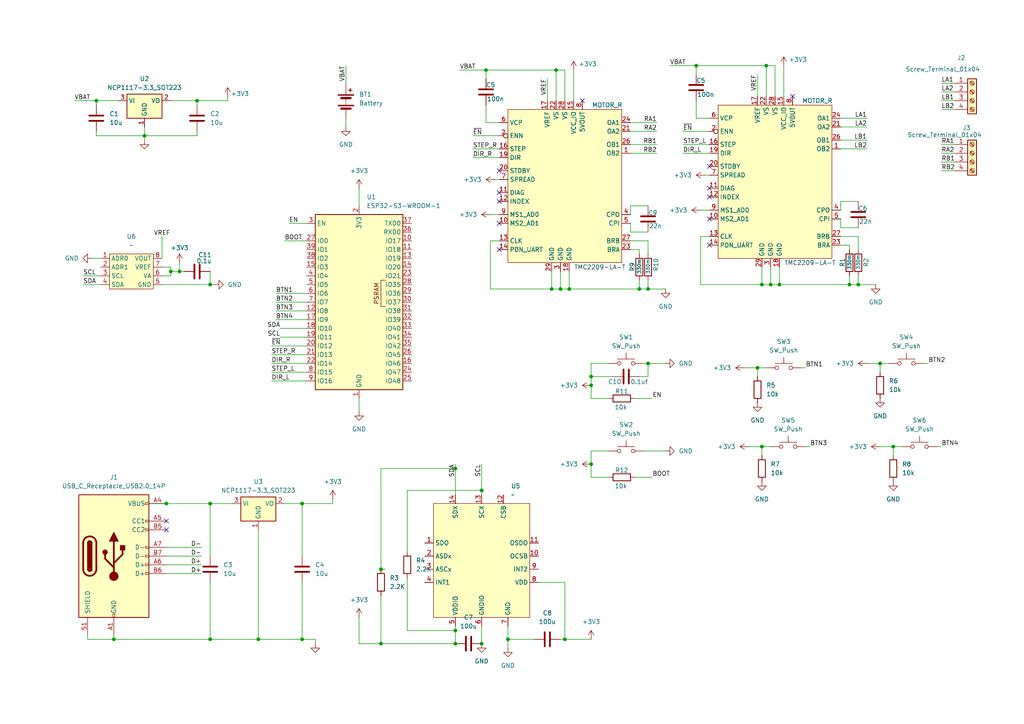
<source format=kicad_sch>
(kicad_sch (version 20250114) (generator "eeschema") (generator_version "9.0")
  (paper "A4")
  (lib_symbols
    (symbol "+3V3_1" (power) (pin_numbers (hide yes)) (pin_names (offset 0) (hide yes))
      (property "Value" "+3V3" (at 0 3.556 0))
      (symbol "+3V3_1_1_1"
        (pin power_in line (at 0 0 90) (length 0) (name "~") (number "1"))
      )
    )
    (symbol "+3V3_2" (power) (pin_numbers (hide yes)) (pin_names (offset 0) (hide yes))
      (property "Value" "+3V3" (at 0 3.556 0))
      (symbol "+3V3_2_1_1"
        (pin power_in line (at 0 0 90) (length 0) (name "~") (number "1"))
      )
    )
    (symbol "+3V3_3" (power) (pin_numbers (hide yes)) (pin_names (offset 0) (hide yes))
      (property "Value" "+3V3" (at 0 3.556 0))
      (symbol "+3V3_3_1_1"
        (pin power_in line (at 0 0 90) (length 0) (name "~") (number "1"))
      )
    )
    (symbol "+3V3_4" (power) (pin_numbers (hide yes)) (pin_names (offset 0) (hide yes))
      (property "Value" "+3V3" (at 0 3.556 0))
      (symbol "+3V3_4_1_1"
        (pin power_in line (at 0 0 90) (length 0) (name "~") (number "1"))
      )
    )
    (symbol "+3V3_5" (power) (pin_numbers (hide yes)) (pin_names (offset 0) (hide yes))
      (property "Value" "+3V3" (at 0 3.556 0))
      (symbol "+3V3_5_1_1"
        (pin power_in line (at 0 0 90) (length 0) (name "~") (number "1"))
      )
    )
    (symbol "+3V3_6" (power) (pin_numbers (hide yes)) (pin_names (offset 0) (hide yes))
      (property "Value" "+3V3" (at 0 3.556 0))
      (symbol "+3V3_6_1_1"
        (pin power_in line (at 0 0 90) (length 0) (name "~") (number "1"))
      )
    )
    (symbol "+3V3_7" (power) (pin_numbers (hide yes)) (pin_names (offset 0) (hide yes))
      (property "Value" "+3V3" (at 0 3.556 0))
      (symbol "+3V3_7_1_1"
        (pin power_in line (at 0 0 90) (length 0) (name "~") (number "1"))
      )
    )
    (symbol "Connector:Screw_Terminal_01x04" (pin_names (offset 1.016) (hide yes))
      (property "Reference" "J" (at 0 5.08 0))
      (property "Value" "Screw_Terminal_01x04" (at 0 -7.62 0))
      (symbol "Screw_Terminal_01x04_1_1"
        (pin passive line (at -5.08 2.54 0) (length 3.81) (name "Pin_1") (number "1"))
        (pin passive line (at -5.08 0 0) (length 3.81) (name "Pin_2") (number "2"))
        (pin passive line (at -5.08 -2.54 0) (length 3.81) (name "Pin_3") (number "3"))
        (pin passive line (at -5.08 -5.08 0) (length 3.81) (name "Pin_4") (number "4"))
      )
    )
    (symbol "Connector:USB_C_Receptacle_USB2.0_14P" (pin_names (offset 1.016))
      (property "Reference" "J" (at 0 22.225 0))
      (property "Value" "USB_C_Receptacle_USB2.0_14P" (at 0 19.685 0))
      (symbol "USB_C_Receptacle_USB2.0_14P_1_1"
        (pin passive line (at -7.62 -22.86 90) (length 5.08) (name "SHIELD") (number "S1"))
        (pin passive line (at 0 -22.86 90) (length 5.08) (name "GND") (number "A1"))
        (pin passive line (at 0 -22.86 90) (length 5.08) (hide yes) (name "GND") (number "A12"))
        (pin passive line (at 0 -22.86 90) (length 5.08) (hide yes) (name "GND") (number "B1"))
        (pin passive line (at 0 -22.86 90) (length 5.08) (hide yes) (name "GND") (number "B12"))
        (pin passive line (at 15.24 15.24 180) (length 5.08) (name "VBUS") (number "A4"))
        (pin passive line (at 15.24 15.24 180) (length 5.08) (hide yes) (name "VBUS") (number "A9"))
        (pin passive line (at 15.24 15.24 180) (length 5.08) (hide yes) (name "VBUS") (number "B4"))
        (pin passive line (at 15.24 15.24 180) (length 5.08) (hide yes) (name "VBUS") (number "B9"))
        (pin bidirectional line (at 15.24 10.16 180) (length 5.08) (name "CC1") (number "A5"))
        (pin bidirectional line (at 15.24 7.62 180) (length 5.08) (name "CC2") (number "B5"))
        (pin bidirectional line (at 15.24 2.54 180) (length 5.08) (name "D-") (number "A7"))
        (pin bidirectional line (at 15.24 0 180) (length 5.08) (name "D-") (number "B7"))
        (pin bidirectional line (at 15.24 -2.54 180) (length 5.08) (name "D+") (number "A6"))
        (pin bidirectional line (at 15.24 -5.08 180) (length 5.08) (name "D+") (number "B6"))
      )
    )
    (symbol "DAC081C:DAC081C08x_8-bit"
      (property "Reference" "U" (at 0 0 0))
      (symbol "DAC081C08x_8-bit_1_1"
        (pin input line (at -8.89 11.43 0) (length 2.54) (name "ADR0") (number "1"))
        (pin input line (at -8.89 8.89 0) (length 2.54) (name "ADR1") (number "2"))
        (pin input line (at -8.89 6.35 0) (length 2.54) (name "SCL") (number "3"))
        (pin bidirectional line (at -8.89 3.81 0) (length 2.54) (name "SDA") (number "4"))
        (pin power_out line (at 8.89 11.43 180) (length 2.54) (name "VOUT") (number "8"))
        (pin power_in line (at 8.89 8.89 180) (length 2.54) (name "VREF") (number "7"))
        (pin power_in line (at 8.89 6.35 180) (length 2.54) (name "VA") (number "6"))
        (pin power_in line (at 8.89 3.81 180) (length 2.54) (name "GND") (number "5"))
      )
    )
    (symbol "Device:Battery" (pin_numbers (hide yes)) (pin_names (offset 0) (hide yes))
      (property "Reference" "BT" (at 2.54 2.54 0))
      (property "Value" "Battery" (at 2.54 0 0))
      (symbol "Battery_1_1"
        (pin passive line (at 0 5.08 270) (length 2.54) (name "+") (number "1"))
        (pin passive line (at 0 -5.08 90) (length 2.54) (name "-") (number "2"))
      )
    )
    (symbol "Device:C" (pin_numbers (hide yes)) (pin_names (offset 0.254))
      (property "Reference" "C" (at 0.635 2.54 0))
      (property "Value" "C" (at 0.635 -2.54 0))
      (symbol "C_1_1"
        (pin passive line (at 0 3.81 270) (length 2.794) (name "~") (number "1"))
        (pin passive line (at 0 -3.81 90) (length 2.794) (name "~") (number "2"))
      )
    )
    (symbol "Device:R" (pin_numbers (hide yes)) (pin_names (offset 0))
      (property "Reference" "R" (at 2.032 0 90))
      (property "Value" "R" (at 0 0 90))
      (symbol "R_1_1"
        (pin passive line (at 0 3.81 270) (length 1.27) (name "~") (number "1"))
        (pin passive line (at 0 -3.81 90) (length 1.27) (name "~") (number "2"))
      )
    )
    (symbol "GND_1" (power) (pin_numbers (hide yes)) (pin_names (offset 0) (hide yes))
      (property "Value" "GND" (at 0 -3.81 0))
      (symbol "GND_1_1_1"
        (pin power_in line (at 0 0 270) (length 0) (name "~") (number "1"))
      )
    )
    (symbol "GND_2" (power) (pin_numbers (hide yes)) (pin_names (offset 0) (hide yes))
      (property "Value" "GND" (at 0 -3.81 0))
      (symbol "GND_2_1_1"
        (pin power_in line (at 0 0 270) (length 0) (name "~") (number "1"))
      )
    )
    (symbol "GND_3" (power) (pin_numbers (hide yes)) (pin_names (offset 0) (hide yes))
      (property "Value" "GND" (at 0 -3.81 0))
      (symbol "GND_3_1_1"
        (pin power_in line (at 0 0 270) (length 0) (name "~") (number "1"))
      )
    )
    (symbol "GND_4" (power) (pin_numbers (hide yes)) (pin_names (offset 0) (hide yes))
      (property "Value" "GND" (at 0 -3.81 0))
      (symbol "GND_4_1_1"
        (pin power_in line (at 0 0 270) (length 0) (name "~") (number "1"))
      )
    )
    (symbol "GND_5" (power) (pin_numbers (hide yes)) (pin_names (offset 0) (hide yes))
      (property "Value" "GND" (at 0 -3.81 0))
      (symbol "GND_5_1_1"
        (pin power_in line (at 0 0 270) (length 0) (name "~") (number "1"))
      )
    )
    (symbol "RF_Module:ESP32-S3-WROOM-1"
      (property "Reference" "U" (at -12.7 26.67 0))
      (property "Value" "ESP32-S3-WROOM-1" (at 12.7 26.67 0))
      (symbol "ESP32-S3-WROOM-1_0_0"
        (text "PSRAM" (at 5.08 2.54 900) (effects (font (size 1.27 1.27))))
      )
      (symbol "ESP32-S3-WROOM-1_1_1"
        (pin input line (at -15.24 22.86 0) (length 2.54) (name "EN") (number "3"))
        (pin bidirectional line (at -15.24 17.78 0) (length 2.54) (name "IO0") (number "27"))
        (pin bidirectional line (at -15.24 15.24 0) (length 2.54) (name "IO1") (number "39"))
        (pin bidirectional line (at -15.24 12.7 0) (length 2.54) (name "IO2") (number "38"))
        (pin bidirectional line (at -15.24 10.16 0) (length 2.54) (name "IO3") (number "15"))
        (pin bidirectional line (at -15.24 7.62 0) (length 2.54) (name "IO4") (number "4"))
        (pin bidirectional line (at -15.24 5.08 0) (length 2.54) (name "IO5") (number "5"))
        (pin bidirectional line (at -15.24 2.54 0) (length 2.54) (name "IO6") (number "6"))
        (pin bidirectional line (at -15.24 0 0) (length 2.54) (name "IO7") (number "7"))
        (pin bidirectional line (at -15.24 -2.54 0) (length 2.54) (name "IO8") (number "12"))
        (pin bidirectional line (at -15.24 -5.08 0) (length 2.54) (name "IO9") (number "17"))
        (pin bidirectional line (at -15.24 -7.62 0) (length 2.54) (name "IO10") (number "18"))
        (pin bidirectional line (at -15.24 -10.16 0) (length 2.54) (name "IO11") (number "19"))
        (pin bidirectional line (at -15.24 -12.7 0) (length 2.54) (name "IO12") (number "20"))
        (pin bidirectional line (at -15.24 -15.24 0) (length 2.54) (name "IO13") (number "21"))
        (pin bidirectional line (at -15.24 -17.78 0) (length 2.54) (name "IO14") (number "22"))
        (pin bidirectional line (at -15.24 -20.32 0) (length 2.54) (name "IO15") (number "8"))
        (pin bidirectional line (at -15.24 -22.86 0) (length 2.54) (name "IO16") (number "9"))
        (pin power_in line (at 0 27.94 270) (length 2.54) (name "3V3") (number "2"))
        (pin power_in line (at 0 -27.94 90) (length 2.54) (name "GND") (number "1"))
        (pin passive line (at 0 -27.94 90) (length 2.54) (hide yes) (name "GND") (number "40"))
        (pin passive line (at 0 -27.94 90) (length 2.54) (hide yes) (name "GND") (number "41"))
        (pin bidirectional line (at 15.24 22.86 180) (length 2.54) (name "TXD0") (number "37"))
        (pin bidirectional line (at 15.24 20.32 180) (length 2.54) (name "RXD0") (number "36"))
        (pin bidirectional line (at 15.24 17.78 180) (length 2.54) (name "IO17") (number "10"))
        (pin bidirectional line (at 15.24 15.24 180) (length 2.54) (name "IO18") (number "11"))
        (pin bidirectional line (at 15.24 12.7 180) (length 2.54) (name "IO19") (number "13"))
        (pin bidirectional line (at 15.24 10.16 180) (length 2.54) (name "IO20") (number "14"))
        (pin bidirectional line (at 15.24 7.62 180) (length 2.54) (name "IO21") (number "23"))
        (pin bidirectional line (at 15.24 5.08 180) (length 2.54) (name "IO35") (number "28"))
        (pin bidirectional line (at 15.24 2.54 180) (length 2.54) (name "IO36") (number "29"))
        (pin bidirectional line (at 15.24 0 180) (length 2.54) (name "IO37") (number "30"))
        (pin bidirectional line (at 15.24 -2.54 180) (length 2.54) (name "IO38") (number "31"))
        (pin bidirectional line (at 15.24 -5.08 180) (length 2.54) (name "IO39") (number "32"))
        (pin bidirectional line (at 15.24 -7.62 180) (length 2.54) (name "IO40") (number "33"))
        (pin bidirectional line (at 15.24 -10.16 180) (length 2.54) (name "IO41") (number "34"))
        (pin bidirectional line (at 15.24 -12.7 180) (length 2.54) (name "IO42") (number "35"))
        (pin bidirectional line (at 15.24 -15.24 180) (length 2.54) (name "IO45") (number "26"))
        (pin bidirectional line (at 15.24 -17.78 180) (length 2.54) (name "IO46") (number "16"))
        (pin bidirectional line (at 15.24 -20.32 180) (length 2.54) (name "IO47") (number "24"))
        (pin bidirectional line (at 15.24 -22.86 180) (length 2.54) (name "IO48") (number "25"))
      )
    )
    (symbol "Regulator_Linear:NCP1117-3.3_SOT223"
      (property "Reference" "U" (at -3.81 3.175 0))
      (property "Value" "NCP1117-3.3_SOT223" (at 0 3.175 0))
      (symbol "NCP1117-3.3_SOT223_1_1"
        (pin power_in line (at -7.62 0 0) (length 2.54) (name "VI") (number "3"))
        (pin power_in line (at 0 -7.62 90) (length 2.54) (name "GND") (number "1"))
        (pin power_out line (at 7.62 0 180) (length 2.54) (name "VO") (number "2"))
      )
    )
    (symbol "Switch:SW_Push" (pin_numbers (hide yes)) (pin_names (offset 1.016) (hide yes))
      (property "Reference" "SW" (at 1.27 2.54 0))
      (property "Value" "SW_Push" (at 0 -1.524 0))
      (symbol "SW_Push_0_1"
        (pin passive line (at -5.08 0 0) (length 2.54) (name "1") (number "1"))
        (pin passive line (at 5.08 0 180) (length 2.54) (name "2") (number "2"))
      )
    )
    (symbol "TMC2209-LA-T:TMC2209-LA-T"
      (property "Value" "MOTOR_R" (at 7.874 24.13 0))
      (symbol "TMC2209-LA-T_1_1"
        (text "TMC2209-LA-T\n" (at 10.16 -22.86 0) (effects (font (size 1.27 1.27))))
        (pin power_in line (at -19.05 19.05 0) (length 2.54) (name "VCP") (number "6"))
        (pin input inverted (at -19.05 15.24 0) (length 2.54) (name "ENN") (number "2"))
        (pin input line (at -19.05 11.43 0) (length 2.54) (name "STEP") (number "16"))
        (pin input line (at -19.05 8.89 0) (length 2.54) (name "DIR") (number "19"))
        (pin input line (at -19.05 5.08 0) (length 2.54) (name "STDBY") (number "20"))
        (pin input line (at -19.05 2.54 0) (length 2.54) (name "SPREAD") (number "7"))
        (pin output line (at -19.05 -1.27 0) (length 2.54) (name "DIAG") (number "11"))
        (pin output line (at -19.05 -3.81 0) (length 2.54) (name "INDEX") (number "12"))
        (pin input line (at -19.05 -7.62 0) (length 2.54) (name "MS1_AD0") (number "9"))
        (pin input line (at -19.05 -10.16 0) (length 2.54) (name "MS2_AD1") (number "10"))
        (pin input line (at -19.05 -15.24 0) (length 2.54) (name "CLK") (number "13"))
        (pin bidirectional line (at -19.05 -17.78 0) (length 2.54) (name "PDN_UART") (number "14"))
        (pin input line (at -5.08 25.4 270) (length 2.54) (name "VREF") (number "17"))
        (pin power_in line (at -3.81 -24.13 90) (length 2.54) (name "GND") (number "29"))
        (pin power_in line (at -2.54 25.4 270) (length 2.54) (name "VS") (number "22"))
        (pin power_in line (at -1.27 -24.13 90) (length 2.54) (name "GND") (number "3"))
        (pin power_in line (at 0 25.4 270) (length 2.54) (name "VS") (number "28"))
        (pin power_in line (at 1.27 -24.13 90) (length 2.54) (name "GND") (number "18"))
        (pin power_in line (at 2.54 25.4 270) (length 2.54) (name "VCC_IO") (number "15"))
        (pin power_out line (at 5.08 25.4 270) (length 2.54) (name "5VOUT") (number "8"))
        (pin output line (at 19.05 19.05 180) (length 2.54) (name "OA1") (number "24"))
        (pin output line (at 19.05 16.51 180) (length 2.54) (name "OA2") (number "21"))
        (pin output line (at 19.05 12.7 180) (length 2.54) (name "OB1") (number "26"))
        (pin output line (at 19.05 10.16 180) (length 2.54) (name "OB2") (number "1"))
        (pin output line (at 19.05 -7.62 180) (length 2.54) (name "CPO") (number "4"))
        (pin input line (at 19.05 -10.16 180) (length 2.54) (name "CPI") (number "5"))
        (pin input line (at 19.05 -15.24 180) (length 2.54) (name "BRB") (number "27"))
        (pin input line (at 19.05 -17.78 180) (length 2.54) (name "BRA") (number "23"))
      )
    )
    (symbol "TMC2209-LA-T_1"
      (property "Value" "MOTOR_R" (at 7.874 24.13 0))
      (symbol "TMC2209-LA-T_1_1_1"
        (text "TMC2209-LA-T\n" (at 10.16 -22.86 0) (effects (font (size 1.27 1.27))))
        (pin power_in line (at -19.05 19.05 0) (length 2.54) (name "VCP") (number "6"))
        (pin input inverted (at -19.05 15.24 0) (length 2.54) (name "ENN") (number "2"))
        (pin input line (at -19.05 11.43 0) (length 2.54) (name "STEP") (number "16"))
        (pin input line (at -19.05 8.89 0) (length 2.54) (name "DIR") (number "19"))
        (pin input line (at -19.05 5.08 0) (length 2.54) (name "STDBY") (number "20"))
        (pin input line (at -19.05 2.54 0) (length 2.54) (name "SPREAD") (number "7"))
        (pin output line (at -19.05 -1.27 0) (length 2.54) (name "DIAG") (number "11"))
        (pin output line (at -19.05 -3.81 0) (length 2.54) (name "INDEX") (number "12"))
        (pin input line (at -19.05 -7.62 0) (length 2.54) (name "MS1_AD0") (number "9"))
        (pin input line (at -19.05 -10.16 0) (length 2.54) (name "MS2_AD1") (number "10"))
        (pin input line (at -19.05 -15.24 0) (length 2.54) (name "CLK") (number "13"))
        (pin bidirectional line (at -19.05 -17.78 0) (length 2.54) (name "PDN_UART") (number "14"))
        (pin input line (at -5.08 25.4 270) (length 2.54) (name "VREF") (number "17"))
        (pin power_in line (at -3.81 -24.13 90) (length 2.54) (name "GND") (number "29"))
        (pin power_in line (at -2.54 25.4 270) (length 2.54) (name "VS") (number "22"))
        (pin power_in line (at -1.27 -24.13 90) (length 2.54) (name "GND") (number "3"))
        (pin power_in line (at 0 25.4 270) (length 2.54) (name "VS") (number "28"))
        (pin power_in line (at 1.27 -24.13 90) (length 2.54) (name "GND") (number "18"))
        (pin power_in line (at 2.54 25.4 270) (length 2.54) (name "VCC_IO") (number "15"))
        (pin power_out line (at 5.08 25.4 270) (length 2.54) (name "5VOUT") (number "8"))
        (pin output line (at 19.05 19.05 180) (length 2.54) (name "OA1") (number "24"))
        (pin output line (at 19.05 16.51 180) (length 2.54) (name "OA2") (number "21"))
        (pin output line (at 19.05 12.7 180) (length 2.54) (name "OB1") (number "26"))
        (pin output line (at 19.05 10.16 180) (length 2.54) (name "OB2") (number "1"))
        (pin output line (at 19.05 -7.62 180) (length 2.54) (name "CPO") (number "4"))
        (pin input line (at 19.05 -10.16 180) (length 2.54) (name "CPI") (number "5"))
        (pin input line (at 19.05 -15.24 180) (length 2.54) (name "BRB") (number "27"))
        (pin input line (at 19.05 -17.78 180) (length 2.54) (name "BRA") (number "23"))
      )
    )
    (symbol "bmi270:BMI270"
      (property "Reference" "U" (at 0 0 0))
      (symbol "BMI270_1_1"
        (pin bidirectional line (at -2.54 21.59 0) (length 2.54) (name "SDO") (number "1"))
        (pin bidirectional line (at -2.54 17.78 0) (length 2.54) (name "ASDx") (number "2"))
        (pin output line (at -2.54 13.97 0) (length 2.54) (name "ASCx") (number "3"))
        (pin output line (at -2.54 10.16 0) (length 2.54) (name "INT1") (number "4"))
        (pin bidirectional line (at 6.35 35.56 270) (length 2.54) (name "SDX") (number "14"))
        (pin power_in line (at 6.35 -2.54 90) (length 2.54) (name "VDDIO") (number "5"))
        (pin input line (at 13.97 35.56 270) (length 2.54) (name "SCX") (number "13"))
        (pin power_in line (at 13.97 -2.54 90) (length 2.54) (name "GNDIO") (number "6"))
        (pin input line (at 20.32 35.56 270) (length 2.54) (name "CSB") (number "12"))
        (pin power_in line (at 21.59 -2.54 90) (length 2.54) (name "GND") (number "7"))
        (pin output line (at 30.48 21.59 180) (length 2.54) (name "OSDO") (number "11"))
        (pin passive line (at 30.48 17.78 180) (length 2.54) (name "OCSB") (number "10"))
        (pin output line (at 30.48 13.97 180) (length 2.54) (name "INT2") (number "9"))
        (pin power_in line (at 30.48 10.16 180) (length 2.54) (name "VDD") (number "8"))
      )
    )
    (symbol "power:+3.3V" (power) (pin_numbers (hide yes)) (pin_names (offset 0) (hide yes))
      (property "Value" "+3.3V" (at 0 3.556 0))
      (symbol "+3.3V_1_1"
        (pin power_in line (at 0 0 90) (length 0) (name "~") (number "1"))
      )
    )
    (symbol "power:+3V3" (power) (pin_names (offset 0))
      (property "Value" "+3V3" (at 0 3.556 0))
      (symbol "+3V3_1_1"
        (pin power_in line (at 0 0 90) (length 0) (hide yes) (name "+3V3") (number "1"))
      )
    )
    (symbol "power:GND" (power) (pin_names (offset 0))
      (property "Value" "GND" (at 0 -3.81 0))
      (symbol "GND_1_1"
        (pin power_in line (at 0 0 270) (length 0) (hide yes) (name "GND") (number "1"))
      )
    )
  )
  (junction (at 132.08 135.89))
  (junction (at 185.42 83.82))
  (junction (at 74.93 185.42))
  (junction (at 246.38 82.55))
  (junction (at 57.15 29.21))
  (junction (at 220.98 82.55))
  (junction (at 132.08 182.88))
  (junction (at 226.06 82.55))
  (junction (at 248.92 82.55))
  (junction (at 223.52 82.55))
  (junction (at 160.02 83.82))
  (junction (at 163.83 185.42))
  (junction (at 165.1 83.82))
  (junction (at 87.63 185.42))
  (junction (at 187.96 83.82))
  (junction (at 140.97 20.32))
  (junction (at 171.45 134.62))
  (junction (at 132.08 186.69))
  (junction (at 171.45 109.22))
  (junction (at 52.07 78.74))
  (junction (at 187.96 105.41))
  (junction (at 201.93 19.05))
  (junction (at 139.7 142.24))
  (junction (at 171.45 111.76))
  (junction (at 27.94 29.21))
  (junction (at 220.98 129.54))
  (junction (at 33.02 185.42))
  (junction (at 219.71 106.68))
  (junction (at 48.26 146.05))
  (junction (at 49.53 78.74))
  (junction (at 110.49 186.69))
  (junction (at 162.56 83.82))
  (junction (at 60.96 146.05))
  (junction (at 87.63 146.05))
  (junction (at 222.25 19.05))
  (junction (at 139.7 186.69))
  (junction (at 161.29 20.32))
  (junction (at 110.49 165.1))
  (junction (at 60.96 82.55))
  (junction (at 41.91 39.37))
  (junction (at 259.08 129.54))
  (junction (at 147.32 185.42))
  (junction (at 255.27 105.41))
  (junction (at 60.96 185.42))
  (no_connect (at 144.78 58.42))
  (no_connect (at 144.78 72.39))
  (no_connect (at 205.74 48.26))
  (no_connect (at 48.26 151.13))
  (no_connect (at 168.91 29.21))
  (no_connect (at 205.74 57.15))
  (no_connect (at 205.74 63.5))
  (no_connect (at 48.26 153.67))
  (no_connect (at 144.78 49.53))
  (no_connect (at 144.78 55.88))
  (no_connect (at 205.74 71.12))
  (no_connect (at 229.87 27.94))
  (no_connect (at 144.78 64.77))
  (no_connect (at 205.74 54.61))
  (wire (pts (xy 46.99 82.55) (xy 60.96 82.55)))
  (wire (pts (xy 222.25 19.05) (xy 222.25 27.94)))
  (wire (pts (xy 223.52 77.47) (xy 223.52 82.55)))
  (wire (pts (xy 171.45 105.41) (xy 176.53 105.41)))
  (wire (pts (xy 140.97 30.48) (xy 140.97 35.56)))
  (wire (pts (xy 118.11 142.24) (xy 139.7 142.24)))
  (wire (pts (xy 248.92 82.55) (xy 254 82.55)))
  (wire (pts (xy 83.82 64.77) (xy 88.9 64.77)))
  (wire (pts (xy 273.05 31.75) (xy 276.86 31.75)))
  (wire (pts (xy 243.84 40.64) (xy 251.46 40.64)))
  (wire (pts (xy 171.45 130.81) (xy 176.53 130.81)))
  (wire (pts (xy 187.96 83.82) (xy 193.04 83.82)))
  (wire (pts (xy 171.45 134.62) (xy 171.45 138.43)))
  (wire (pts (xy 78.74 102.87) (xy 88.9 102.87)))
  (wire (pts (xy 273.05 26.67) (xy 276.86 26.67)))
  (wire (pts (xy 185.42 109.22) (xy 187.96 109.22)))
  (wire (pts (xy 104.14 186.69) (xy 110.49 186.69)))
  (wire (pts (xy 110.49 135.89) (xy 132.08 135.89)))
  (wire (pts (xy 194.31 19.05) (xy 201.93 19.05)))
  (wire (pts (xy 187.96 109.22) (xy 187.96 105.41)))
  (wire (pts (xy 137.16 39.37) (xy 144.78 39.37)))
  (wire (pts (xy 203.2 60.96) (xy 205.74 60.96)))
  (wire (pts (xy 78.74 100.33) (xy 88.9 100.33)))
  (wire (pts (xy 100.33 34.29) (xy 100.33 36.83)))
  (wire (pts (xy 259.08 129.54) (xy 261.62 129.54)))
  (wire (pts (xy 243.84 36.83) (xy 251.46 36.83)))
  (wire (pts (xy 87.63 185.42) (xy 91.44 185.42)))
  (wire (pts (xy 185.42 83.82) (xy 187.96 83.82)))
  (wire (pts (xy 203.2 68.58) (xy 203.2 82.55)))
  (wire (pts (xy 201.93 19.05) (xy 222.25 19.05)))
  (wire (pts (xy 49.53 29.21) (xy 57.15 29.21)))
  (wire (pts (xy 41.91 39.37) (xy 57.15 39.37)))
  (wire (pts (xy 142.24 62.23) (xy 144.78 62.23)))
  (wire (pts (xy 171.45 111.76) (xy 171.45 109.22)))
  (wire (pts (xy 255.27 105.41) (xy 255.27 107.95)))
  (wire (pts (xy 110.49 165.1) (xy 110.49 135.89)))
  (wire (pts (xy 160.02 78.74) (xy 160.02 83.82)))
  (wire (pts (xy 48.26 166.37) (xy 58.42 166.37)))
  (wire (pts (xy 201.93 19.05) (xy 201.93 21.59)))
  (wire (pts (xy 273.05 24.13) (xy 276.86 24.13)))
  (wire (pts (xy 186.69 130.81) (xy 193.04 130.81)))
  (wire (pts (xy 224.79 19.05) (xy 224.79 27.94)))
  (wire (pts (xy 60.96 168.91) (xy 60.96 185.42)))
  (wire (pts (xy 217.17 129.54) (xy 220.98 129.54)))
  (wire (pts (xy 91.44 185.42) (xy 91.44 186.69)))
  (wire (pts (xy 46.99 68.58) (xy 46.99 74.93)))
  (wire (pts (xy 81.28 97.79) (xy 88.9 97.79)))
  (wire (pts (xy 60.96 161.29) (xy 60.96 146.05)))
  (wire (pts (xy 41.91 36.83) (xy 41.91 39.37)))
  (wire (pts (xy 57.15 29.21) (xy 57.15 30.48)))
  (wire (pts (xy 198.12 41.91) (xy 205.74 41.91)))
  (wire (pts (xy 60.96 78.74) (xy 60.96 82.55)))
  (wire (pts (xy 163.83 185.42) (xy 171.45 185.42)))
  (wire (pts (xy 49.53 78.74) (xy 52.07 78.74)))
  (wire (pts (xy 139.7 134.62) (xy 139.7 142.24)))
  (wire (pts (xy 273.05 129.54) (xy 271.78 129.54)))
  (wire (pts (xy 273.05 44.45) (xy 276.86 44.45)))
  (wire (pts (xy 184.15 138.43) (xy 189.23 138.43)))
  (wire (pts (xy 182.88 69.85) (xy 187.96 69.85)))
  (wire (pts (xy 182.88 41.91) (xy 190.5 41.91)))
  (wire (pts (xy 243.84 60.96) (xy 243.84 58.42)))
  (wire (pts (xy 52.07 78.74) (xy 53.34 78.74)))
  (wire (pts (xy 110.49 186.69) (xy 132.08 186.69)))
  (wire (pts (xy 24.13 80.01) (xy 29.21 80.01)))
  (wire (pts (xy 132.08 181.61) (xy 132.08 182.88)))
  (wire (pts (xy 78.74 105.41) (xy 88.9 105.41)))
  (wire (pts (xy 81.28 95.25) (xy 88.9 95.25)))
  (wire (pts (xy 48.26 161.29) (xy 58.42 161.29)))
  (wire (pts (xy 41.91 40.64) (xy 41.91 39.37)))
  (wire (pts (xy 219.71 106.68) (xy 222.25 106.68)))
  (wire (pts (xy 234.95 129.54) (xy 233.68 129.54)))
  (wire (pts (xy 104.14 179.07) (xy 104.14 186.69)))
  (wire (pts (xy 161.29 20.32) (xy 161.29 29.21)))
  (wire (pts (xy 222.25 19.05) (xy 224.79 19.05)))
  (wire (pts (xy 204.47 50.8) (xy 205.74 50.8)))
  (wire (pts (xy 185.42 72.39) (xy 182.88 72.39)))
  (wire (pts (xy 185.42 73.66) (xy 185.42 72.39)))
  (wire (pts (xy 144.78 69.85) (xy 142.24 69.85)))
  (wire (pts (xy 248.92 66.04) (xy 243.84 66.04)))
  (wire (pts (xy 118.11 160.02) (xy 118.11 142.24)))
  (wire (pts (xy 220.98 82.55) (xy 223.52 82.55)))
  (wire (pts (xy 243.84 34.29) (xy 251.46 34.29)))
  (wire (pts (xy 96.52 146.05) (xy 87.63 146.05)))
  (wire (pts (xy 182.88 44.45) (xy 190.5 44.45)))
  (wire (pts (xy 52.07 76.2) (xy 52.07 78.74)))
  (wire (pts (xy 171.45 109.22) (xy 177.8 109.22)))
  (wire (pts (xy 57.15 38.1) (xy 57.15 39.37)))
  (wire (pts (xy 219.71 106.68) (xy 219.71 109.22)))
  (wire (pts (xy 80.01 87.63) (xy 88.9 87.63)))
  (wire (pts (xy 60.96 185.42) (xy 74.93 185.42)))
  (wire (pts (xy 100.33 19.05) (xy 100.33 24.13)))
  (wire (pts (xy 48.26 158.75) (xy 58.42 158.75)))
  (wire (pts (xy 185.42 81.28) (xy 185.42 83.82)))
  (wire (pts (xy 60.96 82.55) (xy 62.23 82.55)))
  (wire (pts (xy 198.12 44.45) (xy 205.74 44.45)))
  (wire (pts (xy 24.13 82.55) (xy 29.21 82.55)))
  (wire (pts (xy 27.94 29.21) (xy 34.29 29.21)))
  (wire (pts (xy 220.98 129.54) (xy 223.52 129.54)))
  (wire (pts (xy 162.56 78.74) (xy 162.56 83.82)))
  (wire (pts (xy 243.84 66.04) (xy 243.84 63.5)))
  (wire (pts (xy 133.35 20.32) (xy 140.97 20.32)))
  (wire (pts (xy 118.11 182.88) (xy 132.08 182.88)))
  (wire (pts (xy 78.74 107.95) (xy 88.9 107.95)))
  (wire (pts (xy 26.67 74.93) (xy 29.21 74.93)))
  (wire (pts (xy 227.33 19.05) (xy 227.33 27.94)))
  (wire (pts (xy 162.56 83.82) (xy 165.1 83.82)))
  (wire (pts (xy 96.52 144.78) (xy 96.52 146.05)))
  (wire (pts (xy 80.01 90.17) (xy 88.9 90.17)))
  (wire (pts (xy 60.96 146.05) (xy 67.31 146.05)))
  (wire (pts (xy 162.56 185.42) (xy 163.83 185.42)))
  (wire (pts (xy 182.88 64.77) (xy 182.88 67.31)))
  (wire (pts (xy 147.32 181.61) (xy 147.32 185.42)))
  (wire (pts (xy 166.37 20.32) (xy 166.37 29.21)))
  (wire (pts (xy 220.98 129.54) (xy 220.98 132.08)))
  (wire (pts (xy 74.93 153.67) (xy 74.93 185.42)))
  (wire (pts (xy 139.7 142.24) (xy 139.7 143.51)))
  (wire (pts (xy 158.75 22.86) (xy 158.75 29.21)))
  (wire (pts (xy 140.97 20.32) (xy 161.29 20.32)))
  (wire (pts (xy 243.84 58.42) (xy 248.92 58.42)))
  (wire (pts (xy 220.98 77.47) (xy 220.98 82.55)))
  (wire (pts (xy 139.7 181.61) (xy 139.7 186.69)))
  (wire (pts (xy 143.51 52.07) (xy 144.78 52.07)))
  (wire (pts (xy 243.84 68.58) (xy 248.92 68.58)))
  (wire (pts (xy 182.88 38.1) (xy 190.5 38.1)))
  (wire (pts (xy 243.84 43.18) (xy 251.46 43.18)))
  (wire (pts (xy 140.97 35.56) (xy 144.78 35.56)))
  (wire (pts (xy 187.96 105.41) (xy 193.04 105.41)))
  (wire (pts (xy 259.08 129.54) (xy 259.08 132.08)))
  (wire (pts (xy 132.08 135.89) (xy 132.08 143.51)))
  (wire (pts (xy 27.94 39.37) (xy 27.94 38.1)))
  (wire (pts (xy 269.24 105.41) (xy 267.97 105.41)))
  (wire (pts (xy 110.49 172.72) (xy 110.49 186.69)))
  (wire (pts (xy 142.24 83.82) (xy 160.02 83.82)))
  (wire (pts (xy 201.93 34.29) (xy 205.74 34.29)))
  (wire (pts (xy 137.16 45.72) (xy 144.78 45.72)))
  (wire (pts (xy 233.68 106.68) (xy 232.41 106.68)))
  (wire (pts (xy 186.69 105.41) (xy 187.96 105.41)))
  (wire (pts (xy 132.08 134.62) (xy 132.08 135.89)))
  (wire (pts (xy 255.27 105.41) (xy 257.81 105.41)))
  (wire (pts (xy 273.05 46.99) (xy 276.86 46.99)))
  (wire (pts (xy 226.06 77.47) (xy 226.06 82.55)))
  (wire (pts (xy 161.29 20.32) (xy 163.83 20.32)))
  (wire (pts (xy 33.02 185.42) (xy 33.02 184.15)))
  (wire (pts (xy 142.24 69.85) (xy 142.24 83.82)))
  (wire (pts (xy 25.4 185.42) (xy 25.4 184.15)))
  (wire (pts (xy 163.83 185.42) (xy 163.83 168.91)))
  (wire (pts (xy 111.76 165.1) (xy 110.49 165.1)))
  (wire (pts (xy 187.96 81.28) (xy 187.96 83.82)))
  (wire (pts (xy 165.1 78.74) (xy 165.1 83.82)))
  (wire (pts (xy 74.93 185.42) (xy 87.63 185.42)))
  (wire (pts (xy 33.02 185.42) (xy 60.96 185.42)))
  (wire (pts (xy 171.45 115.57) (xy 176.53 115.57)))
  (wire (pts (xy 182.88 62.23) (xy 182.88 59.69)))
  (wire (pts (xy 78.74 110.49) (xy 88.9 110.49)))
  (wire (pts (xy 171.45 109.22) (xy 171.45 105.41)))
  (wire (pts (xy 226.06 82.55) (xy 246.38 82.55)))
  (wire (pts (xy 66.04 29.21) (xy 57.15 29.21)))
  (wire (pts (xy 137.16 43.18) (xy 144.78 43.18)))
  (wire (pts (xy 46.99 80.01) (xy 49.53 80.01)))
  (wire (pts (xy 187.96 67.31) (xy 182.88 67.31)))
  (wire (pts (xy 104.14 115.57) (xy 104.14 119.38)))
  (wire (pts (xy 163.83 20.32) (xy 163.83 29.21)))
  (wire (pts (xy 87.63 168.91) (xy 87.63 185.42)))
  (wire (pts (xy 82.55 69.85) (xy 88.9 69.85)))
  (wire (pts (xy 171.45 130.81) (xy 171.45 134.62)))
  (wire (pts (xy 147.32 185.42) (xy 147.32 187.96)))
  (wire (pts (xy 171.45 111.76) (xy 171.45 115.57)))
  (wire (pts (xy 248.92 68.58) (xy 248.92 72.39)))
  (wire (pts (xy 49.53 77.47) (xy 49.53 78.74)))
  (wire (pts (xy 273.05 41.91) (xy 276.86 41.91)))
  (wire (pts (xy 198.12 38.1) (xy 205.74 38.1)))
  (wire (pts (xy 80.01 85.09) (xy 88.9 85.09)))
  (wire (pts (xy 171.45 138.43) (xy 176.53 138.43)))
  (wire (pts (xy 251.46 105.41) (xy 255.27 105.41)))
  (wire (pts (xy 246.38 71.12) (xy 243.84 71.12)))
  (wire (pts (xy 160.02 83.82) (xy 162.56 83.82)))
  (wire (pts (xy 49.53 78.74) (xy 49.53 80.01)))
  (wire (pts (xy 219.71 21.59) (xy 219.71 27.94)))
  (wire (pts (xy 156.21 168.91) (xy 163.83 168.91)))
  (wire (pts (xy 27.94 39.37) (xy 41.91 39.37)))
  (wire (pts (xy 182.88 35.56) (xy 190.5 35.56)))
  (wire (pts (xy 46.99 77.47) (xy 49.53 77.47)))
  (wire (pts (xy 246.38 72.39) (xy 246.38 71.12)))
  (wire (pts (xy 48.26 146.05) (xy 60.96 146.05)))
  (wire (pts (xy 25.4 185.42) (xy 33.02 185.42)))
  (wire (pts (xy 27.94 29.21) (xy 27.94 30.48)))
  (wire (pts (xy 187.96 69.85) (xy 187.96 73.66)))
  (wire (pts (xy 21.59 29.21) (xy 27.94 29.21)))
  (wire (pts (xy 205.74 68.58) (xy 203.2 68.58)))
  (wire (pts (xy 147.32 185.42) (xy 154.94 185.42)))
  (wire (pts (xy 273.05 29.21) (xy 276.86 29.21)))
  (wire (pts (xy 201.93 29.21) (xy 201.93 34.29)))
  (wire (pts (xy 255.27 129.54) (xy 259.08 129.54)))
  (wire (pts (xy 246.38 80.01) (xy 246.38 82.55)))
  (wire (pts (xy 80.01 92.71) (xy 88.9 92.71)))
  (wire (pts (xy 43.18 146.05) (xy 48.26 146.05)))
  (wire (pts (xy 104.14 54.61) (xy 104.14 59.69)))
  (wire (pts (xy 203.2 82.55) (xy 220.98 82.55)))
  (wire (pts (xy 132.08 182.88) (xy 132.08 186.69)))
  (wire (pts (xy 140.97 20.32) (xy 140.97 22.86)))
  (wire (pts (xy 215.9 106.68) (xy 219.71 106.68)))
  (wire (pts (xy 87.63 146.05) (xy 82.55 146.05)))
  (wire (pts (xy 118.11 167.64) (xy 118.11 182.88)))
  (wire (pts (xy 87.63 146.05) (xy 87.63 161.29)))
  (wire (pts (xy 165.1 83.82) (xy 185.42 83.82)))
  (wire (pts (xy 273.05 49.53) (xy 276.86 49.53)))
  (wire (pts (xy 66.04 27.94) (xy 66.04 29.21)))
  (wire (pts (xy 248.92 80.01) (xy 248.92 82.55)))
  (wire (pts (xy 48.26 163.83) (xy 58.42 163.83)))
  (wire (pts (xy 246.38 82.55) (xy 248.92 82.55)))
  (wire (pts (xy 223.52 82.55) (xy 226.06 82.55)))
  (wire (pts (xy 184.15 115.57) (xy 189.23 115.57)))
  (wire (pts (xy 182.88 59.69) (xy 187.96 59.69)))
  (label "DIR_L" (at 78.74 110.49 0))
  (label "BTN3" (at 234.95 129.54 0))
  (label "DIR_R" (at 78.74 105.41 0))
  (label "VREF" (at 219.71 21.59 270))
  (label "RA2" (at 273.05 44.45 0))
  (label "LB1" (at 273.05 29.21 0))
  (label "RB2" (at 190.5 44.45 180))
  (label "VREF" (at 158.75 22.86 270))
  (label "BTN1" (at 80.01 85.09 0))
  (label "VBAT" (at 100.33 19.05 270))
  (label "VBAT" (at 21.59 29.21 0))
  (label "~{EN}" (at 78.74 100.33 0))
  (label "D+" (at 58.42 166.37 180))
  (label "D-" (at 58.42 158.75 180))
  (label "RB1" (at 273.05 46.99 0))
  (label "RA2" (at 190.5 38.1 180))
  (label "LA2" (at 273.05 26.67 0))
  (label "STEP_R" (at 78.74 102.87 0))
  (label "VBAT" (at 133.35 20.32 0))
  (label "BTN3" (at 80.01 90.17 0))
  (label "LB2" (at 273.05 31.75 0))
  (label "VBAT" (at 194.31 19.05 0))
  (label "DIR_L" (at 198.12 44.45 0))
  (label "LB1" (at 251.46 40.64 180))
  (label "BOOT" (at 189.23 138.43 0))
  (label "SDA" (at 24.13 82.55 0))
  (label "RA1" (at 190.5 35.56 180))
  (label "BOOT" (at 82.55 69.85 0))
  (label "SDA" (at 132.08 134.62 270))
  (label "BTN2" (at 80.01 87.63 0))
  (label "BTN4" (at 80.01 92.71 0))
  (label "BTN4" (at 273.05 129.54 0))
  (label "RB1" (at 190.5 41.91 180))
  (label "D+" (at 58.42 163.83 180))
  (label "LA2" (at 251.46 36.83 180))
  (label "BTN1" (at 233.68 106.68 0))
  (label "STEP_R" (at 137.16 43.18 0))
  (label "D-" (at 58.42 161.29 180))
  (label "DIR_R" (at 137.16 45.72 0))
  (label "~{EN}" (at 137.16 39.37 0))
  (label "VREF" (at 46.99 68.58 0))
  (label "SCL" (at 81.28 97.79 180))
  (label "RB2" (at 273.05 49.53 0))
  (label "~{EN}" (at 198.12 38.1 0))
  (label "LA1" (at 251.46 34.29 180))
  (label "SCL" (at 139.7 134.62 270))
  (label "RA1" (at 273.05 41.91 0))
  (label "LA1" (at 273.05 24.13 0))
  (label "BTN2" (at 269.24 105.41 0))
  (label "EN" (at 83.82 64.77 0))
  (label "SDA" (at 81.28 95.25 180))
  (label "EN" (at 189.23 115.57 0))
  (label "STEP_L" (at 198.12 41.91 0))
  (label "SCL" (at 24.13 80.01 0))
  (label "STEP_L" (at 78.74 107.95 0))
  (label "LB2" (at 251.46 43.18 180))
  (symbol (lib_id "power:GND") (at 91.44 186.69 0) (unit 1)
    (property "Reference" "#PWR07" (effects (hide yes)))
    (property "Value" "GND" (effects (hide yes)))
    (property "Description" "Power symbol creates a global label with name \"GND\" , ground" (effects (hide yes)))
  )
  (symbol (lib_name "GND_4") (lib_id "power:GND") (at 62.23 82.55 90) (unit 1)
    (property "Reference" "#PWR027" (effects (hide yes)))
    (property "Value" "GND" (at 66.04 82.5499 90) (effects (justify right)))
    (property "Description" "Power symbol creates a global label with name \"GND\" , ground" (effects (hide yes)))
  )
  (symbol (lib_id "Connector:Screw_Terminal_01x04") (at 281.94 26.67 0) (unit 1)
    (property "Reference" "J2" (at 277.622 16.764 0) (effects (justify left)))
    (property "Value" "Screw_Terminal_01x04" (at 262.636 20.066 0) (effects (justify left)))
    (property "Description" "Generic screw terminal, single row, 01x04, script generated (kicad-library-utils/schlib/autogen/connector/)" (effects (hide yes)))
  )
  (symbol (lib_name "GND_1") (lib_id "power:GND") (at 193.04 130.81 90) (unit 1)
    (property "Reference" "#PWR026" (effects (hide yes)))
    (property "Value" "GND" (at 196.85 130.8099 90) (effects (justify right)))
    (property "Description" "Power symbol creates a global label with name \"GND\" , ground" (effects (hide yes)))
  )
  (symbol (lib_id "Device:C") (at 57.15 78.74 90) (unit 1)
    (property "Reference" "C11" (at 59.436 73.914 90))
    (property "Value" "0.1u" (at 59.182 75.692 90))
    (property "Description" "Unpolarized capacitor" (effects (hide yes)))
  )
  (symbol (lib_id "Device:C") (at 187.96 63.5 0) (unit 1)
    (property "Reference" "C9" (at 187.96 61.722 0) (effects (justify left)))
    (property "Value" "22n" (at 188.214 65.532 0) (effects (justify left)))
    (property "Description" "Unpolarized capacitor" (effects (hide yes)))
  )
  (symbol (lib_id "Device:R") (at 246.38 76.2 0) (unit 1)
    (property "Reference" "R1" (at 244.348 77.47 90) (effects (justify left)))
    (property "Value" "330m" (at 246.38 78.232 90) (effects (font (size 1.016 1.016)) (justify left)))
    (property "Description" "Resistor" (effects (hide yes)))
  )
  (symbol (lib_id "power:+3.3V") (at 171.45 111.76 90) (unit 1)
    (property "Reference" "#PWR023" (effects (hide yes)))
    (property "Value" "+3V3" (at 167.64 111.7599 90) (effects (justify left)))
    (property "Description" "Power symbol creates a global label with name \"+3.3V\"" (effects (hide yes)))
  )
  (symbol (lib_name "GND_3") (lib_id "power:GND") (at 255.27 115.57 0) (unit 1)
    (property "Reference" "#PWR017" (effects (hide yes)))
    (property "Value" "GND" (at 255.27 120.65 0))
    (property "Description" "Power symbol creates a global label with name \"GND\" , ground" (effects (hide yes)))
  )
  (symbol (lib_name "GND_3") (lib_id "power:GND") (at 259.08 139.7 0) (unit 1)
    (property "Reference" "#PWR021" (effects (hide yes)))
    (property "Value" "GND" (at 259.08 144.78 0))
    (property "Description" "Power symbol creates a global label with name \"GND\" , ground" (effects (hide yes)))
  )
  (symbol (lib_id "Device:C") (at 140.97 26.67 0) (unit 1)
    (property "Reference" "C5" (at 140.97 24.638 0) (effects (justify left)))
    (property "Value" "100n" (at 141.224 28.702 0) (effects (justify left)))
    (property "Description" "Unpolarized capacitor" (effects (hide yes)))
  )
  (symbol (lib_id "bmi270:BMI270") (at 125.73 179.07 0) (unit 1)
    (property "Reference" "U5" (at 148.1933 140.97 0) (effects (justify left)))
    (property "Value" "~" (at 148.1933 143.51 0) (effects (justify left)))
  )
  (symbol (lib_id "Device:C") (at 87.63 165.1 0) (unit 1)
    (property "Reference" "C4" (at 91.44 163.8299 0) (effects (justify left)))
    (property "Value" "10u" (at 91.44 166.3699 0) (effects (justify left)))
    (property "Description" "Unpolarized capacitor" (effects (hide yes)))
  )
  (symbol (lib_id "power:+3V3") (at 96.52 144.78 0) (unit 1)
    (property "Reference" "#PWR06" (effects (hide yes)))
    (property "Value" "+3V3" (at 96.52 139.7 0))
    (property "Description" "Power symbol creates a global label with name \"+3V3\"" (effects (hide yes)))
  )
  (symbol (lib_id "Switch:SW_Push") (at 227.33 106.68 0) (unit 1)
    (property "Reference" "SW3" (at 227.33 99.06 0))
    (property "Value" "SW_Push" (at 227.33 101.6 0))
    (property "Description" "Push button switch, generic, two pins" (effects (hide yes)))
  )
  (symbol (lib_id "Device:C") (at 201.93 25.4 0) (unit 1)
    (property "Reference" "C5" (at 201.93 23.368 0) (effects (justify left)))
    (property "Value" "100n" (at 202.184 27.432 0) (effects (justify left)))
    (property "Description" "Unpolarized capacitor" (effects (hide yes)))
  )
  (symbol (lib_id "Device:R") (at 187.96 77.47 0) (unit 1)
    (property "Reference" "R10" (at 190.246 78.74 90) (effects (justify left)))
    (property "Value" "330m" (at 187.96 79.502 90) (effects (font (size 1.016 1.016)) (justify left)))
    (property "Description" "Resistor" (effects (hide yes)))
  )
  (symbol (lib_name "GND_5") (lib_id "power:GND") (at 26.67 74.93 270) (unit 1)
    (property "Reference" "#PWR033" (effects (hide yes)))
    (property "Value" "GND" (at 22.86 74.9299 90) (effects (justify right)))
    (property "Description" "Power symbol creates a global label with name \"GND\" , ground" (effects (hide yes)))
  )
  (symbol (lib_id "RF_Module:ESP32-S3-WROOM-1") (at 104.14 87.63 0) (unit 1)
    (property "Reference" "U1" (at 106.3341 57.15 0) (effects (justify left)))
    (property "Value" "ESP32-S3-WROOM-1" (at 106.3341 59.69 0) (effects (justify left)))
    (property "Footprint" "RF_Module:ESP32-S3-WROOM-1" (effects (hide yes)))
    (property "Datasheet" "https://www.espressif.com/sites/default/files/documentation/esp32-s3-wroom-1_wroom-1u_datasheet_en.pdf" (effects (hide yes)))
    (property "Description" "RF Module, ESP32-S3 SoC, Wi-Fi 802.11b/g/n, Bluetooth, BLE, 32-bit, 3.3V, onboard antenna, SMD" (effects (hide yes)))
  )
  (symbol (lib_id "Device:R") (at 259.08 135.89 0) (unit 1)
    (property "Reference" "R8" (at 261.62 134.6199 0) (effects (justify left)))
    (property "Value" "10k" (at 261.62 137.1599 0) (effects (justify left)))
    (property "Description" "Resistor" (effects (hide yes)))
  )
  (symbol (lib_name "GND_3") (lib_id "power:GND") (at 220.98 139.7 0) (unit 1)
    (property "Reference" "#PWR019" (effects (hide yes)))
    (property "Value" "GND" (at 220.98 144.78 0))
    (property "Description" "Power symbol creates a global label with name \"GND\" , ground" (effects (hide yes)))
  )
  (symbol (lib_name "GND_3") (lib_id "power:GND") (at 193.04 83.82 0) (unit 1)
    (property "Reference" "#PWR014" (effects (hide yes)))
    (property "Value" "GND" (at 193.04 88.9 0))
    (property "Description" "Power symbol creates a global label with name \"GND\" , ground" (effects (hide yes)))
  )
  (symbol (lib_id "Switch:SW_Push") (at 262.89 105.41 0) (unit 1)
    (property "Reference" "SW4" (at 262.89 97.79 0))
    (property "Value" "SW_Push" (at 262.89 100.33 0))
    (property "Description" "Push button switch, generic, two pins" (effects (hide yes)))
  )
  (symbol (lib_name "+3V3_1") (lib_id "power:+3V3") (at 171.45 185.42 0) (unit 1)
    (property "Reference" "#PWR012" (effects (hide yes)))
    (property "Value" "+3V3" (at 171.45 180.34 0))
    (property "Description" "Power symbol creates a global label with name \"+3V3\"" (effects (hide yes)))
  )
  (symbol (lib_name "+3V3_1") (lib_id "power:+3V3") (at 217.17 129.54 90) (unit 1)
    (property "Reference" "#PWR018" (effects (hide yes)))
    (property "Value" "+3V3" (at 213.36 129.5399 90) (effects (justify left)))
    (property "Description" "Power symbol creates a global label with name \"+3V3\"" (effects (hide yes)))
  )
  (symbol (lib_id "Switch:SW_Push") (at 266.7 129.54 0) (unit 1)
    (property "Reference" "SW6" (at 266.7 121.92 0))
    (property "Value" "SW_Push" (at 266.7 124.46 0))
    (property "Description" "Push button switch, generic, two pins" (effects (hide yes)))
  )
  (symbol (lib_name "+3V3_1") (lib_id "power:+3V3") (at 255.27 129.54 90) (unit 1)
    (property "Reference" "#PWR020" (effects (hide yes)))
    (property "Value" "+3V3" (at 251.46 129.5399 90) (effects (justify left)))
    (property "Description" "Power symbol creates a global label with name \"+3V3\"" (effects (hide yes)))
  )
  (symbol (lib_id "Device:R") (at 180.34 115.57 90) (unit 1)
    (property "Reference" "R11" (at 180.34 113.538 90))
    (property "Value" "10k" (at 180.086 118.11 90))
    (property "Description" "Resistor" (effects (hide yes)))
  )
  (symbol (lib_name "+3V3_4") (lib_id "power:+3V3") (at 204.47 50.8 90) (unit 1)
    (property "Reference" "#PWR029" (effects (hide yes)))
    (property "Value" "+3V3" (at 200.66 50.7999 90) (effects (justify left)))
    (property "Description" "Power symbol creates a global label with name \"+3V3\"" (effects (hide yes)))
  )
  (symbol (lib_name "+3V3_1") (lib_id "power:+3V3") (at 251.46 105.41 90) (unit 1)
    (property "Reference" "#PWR015" (effects (hide yes)))
    (property "Value" "+3V3" (at 247.65 105.4099 90) (effects (justify left)))
    (property "Description" "Power symbol creates a global label with name \"+3V3\"" (effects (hide yes)))
  )
  (symbol (lib_id "Connector:USB_C_Receptacle_USB2.0_14P") (at 33.02 161.29 0) (unit 1)
    (property "Reference" "J1" (at 33.02 138.43 0))
    (property "Value" "USB_C_Receptacle_USB2.0_14P" (at 33.02 140.97 0))
    (property "Datasheet" "https://www.usb.org/sites/default/files/documents/usb_type-c.zip" (effects (hide yes)))
    (property "Description" "USB 2.0-only 14P Type-C Receptacle connector" (effects (hide yes)))
  )
  (symbol (lib_id "Device:C") (at 60.96 165.1 0) (unit 1)
    (property "Reference" "C3" (at 64.77 163.8299 0) (effects (justify left)))
    (property "Value" "10u" (at 64.77 166.3699 0) (effects (justify left)))
    (property "Description" "Unpolarized capacitor" (effects (hide yes)))
  )
  (symbol (lib_id "Device:C") (at 27.94 34.29 0) (unit 1)
    (property "Reference" "C1" (at 31.75 33.0199 0) (effects (justify left)))
    (property "Value" "10u" (at 31.75 35.5599 0) (effects (justify left)))
    (property "Description" "Unpolarized capacitor" (effects (hide yes)))
  )
  (symbol (lib_id "Device:R") (at 110.49 168.91 180) (unit 1)
    (property "Reference" "R3" (at 113.03 167.6399 0) (effects (justify right)))
    (property "Value" "2.2K" (at 113.03 170.1799 0) (effects (justify right)))
    (property "Description" "Resistor" (effects (hide yes)))
  )
  (symbol (lib_id "Device:R") (at 255.27 111.76 0) (unit 1)
    (property "Reference" "R6" (at 257.81 110.4899 0) (effects (justify left)))
    (property "Value" "10k" (at 257.81 113.0299 0) (effects (justify left)))
    (property "Description" "Resistor" (effects (hide yes)))
  )
  (symbol (lib_name "+3V3_5") (lib_id "power:+3V3") (at 52.07 76.2 0) (unit 1)
    (property "Reference" "#PWR030" (effects (hide yes)))
    (property "Value" "+3V3" (at 52.07 71.882 0))
    (property "Description" "Power symbol creates a global label with name \"+3V3\"" (effects (hide yes)))
  )
  (symbol (lib_id "Device:R") (at 219.71 113.03 0) (unit 1)
    (property "Reference" "R5" (at 222.25 111.7599 0) (effects (justify left)))
    (property "Value" "10k" (at 222.25 114.2999 0) (effects (justify left)))
    (property "Description" "Resistor" (effects (hide yes)))
  )
  (symbol (lib_name "+3V3_2") (lib_id "power:+3V3") (at 104.14 179.07 0) (unit 1)
    (property "Reference" "#PWR013" (effects (hide yes)))
    (property "Value" "+3V3" (at 104.14 173.99 0))
    (property "Description" "Power symbol creates a global label with name \"+3V3\"" (effects (hide yes)))
  )
  (symbol (lib_id "power:+3.3V") (at 171.45 134.62 90) (unit 1)
    (property "Reference" "#PWR024" (effects (hide yes)))
    (property "Value" "+3V3" (at 167.64 134.6199 90) (effects (justify left)))
    (property "Description" "Power symbol creates a global label with name \"+3.3V\"" (effects (hide yes)))
  )
  (symbol (lib_id "power:GND") (at 104.14 119.38 0) (unit 1)
    (property "Reference" "#PWR02" (effects (hide yes)))
    (property "Value" "GND" (at 104.14 124.46 0))
    (property "Description" "Power symbol creates a global label with name \"GND\" , ground" (effects (hide yes)))
  )
  (symbol (lib_name "TMC2209-LA-T_1") (lib_id "TMC2209-LA-T:TMC2209-LA-T") (at 224.79 53.34 0) (unit 1)
    (property "Reference" "U4" (effects (hide yes)))
    (property "Value" "MOTOR_R" (at 232.664 29.21 0) (effects (justify left)))
    (property "Footprint" "Package_DFN_QFN:QFN-28-1EP_5x5mm_P0.5mm_EP3.75x3.75mm" (effects (hide yes)))
    (property "Datasheet" "https://www.digikey.com/en/products/detail/analog-devices-inc-maxim-integrated/TMC2209-LA-T/10232491" (effects (hide yes)))
  )
  (symbol (lib_id "Device:R") (at 180.34 138.43 90) (unit 1)
    (property "Reference" "R12" (at 180.34 136.398 90))
    (property "Value" "10k" (at 180.086 140.97 90))
    (property "Description" "Resistor" (effects (hide yes)))
  )
  (symbol (lib_id "power:GND") (at 41.91 40.64 0) (unit 1)
    (property "Reference" "#PWR04" (effects (hide yes)))
    (property "Value" "GND" (effects (hide yes)))
    (property "Description" "Power symbol creates a global label with name \"GND\" , ground" (effects (hide yes)))
  )
  (symbol (lib_id "power:+3V3") (at 166.37 20.32 0) (unit 1)
    (property "Reference" "#PWR022" (effects (hide yes)))
    (property "Value" "+3V3" (at 170.434 18.542 0))
    (property "Description" "Power symbol creates a global label with name \"+3V3\"" (effects (hide yes)))
  )
  (symbol (lib_id "power:+3V3") (at 227.33 19.05 0) (unit 1)
    (property "Reference" "#PWR08" (effects (hide yes)))
    (property "Value" "+3V3" (at 231.394 17.272 0))
    (property "Description" "Power symbol creates a global label with name \"+3V3\"" (effects (hide yes)))
  )
  (symbol (lib_id "Device:R") (at 118.11 163.83 180) (unit 1)
    (property "Reference" "R4" (at 120.65 162.5599 0) (effects (justify right)))
    (property "Value" "2.2K" (at 120.65 165.0999 0) (effects (justify right)))
    (property "Description" "Resistor" (effects (hide yes)))
  )
  (symbol (lib_name "GND_3") (lib_id "power:GND") (at 219.71 116.84 0) (unit 1)
    (property "Reference" "#PWR015" (effects (hide yes)))
    (property "Value" "GND" (at 219.71 121.92 0))
    (property "Description" "Power symbol creates a global label with name \"GND\" , ground" (effects (hide yes)))
  )
  (symbol (lib_name "+3V3_7") (lib_id "power:+3V3") (at 203.2 60.96 90) (unit 1)
    (property "Reference" "#PWR032" (effects (hide yes)))
    (property "Value" "+3V3" (at 199.39 60.9599 90) (effects (justify left)))
    (property "Description" "Power symbol creates a global label with name \"+3V3\"" (effects (hide yes)))
  )
  (symbol (lib_id "Device:C") (at 158.75 185.42 270) (unit 1)
    (property "Reference" "C8" (at 158.75 177.8 90))
    (property "Value" "100u" (at 158.75 180.34 90))
    (property "Description" "Unpolarized capacitor" (effects (hide yes)))
  )
  (symbol (lib_name "+3V3_6") (lib_id "power:+3V3") (at 142.24 62.23 90) (unit 1)
    (property "Reference" "#PWR031" (effects (hide yes)))
    (property "Value" "+3V3" (at 138.43 62.2299 90) (effects (justify left)))
    (property "Description" "Power symbol creates a global label with name \"+3V3\"" (effects (hide yes)))
  )
  (symbol (lib_id "Device:C") (at 57.15 34.29 0) (unit 1)
    (property "Reference" "C2" (at 60.96 33.0199 0) (effects (justify left)))
    (property "Value" "10u" (at 60.96 35.5599 0) (effects (justify left)))
    (property "Description" "Unpolarized capacitor" (effects (hide yes)))
  )
  (symbol (lib_id "Device:R") (at 185.42 77.47 0) (unit 1)
    (property "Reference" "R9" (at 183.388 78.74 90) (effects (justify left)))
    (property "Value" "330m" (at 185.42 79.502 90) (effects (font (size 1.016 1.016)) (justify left)))
    (property "Description" "Resistor" (effects (hide yes)))
  )
  (symbol (lib_id "Connector:Screw_Terminal_01x04") (at 281.94 44.45 0) (unit 1)
    (property "Reference" "J3" (at 279.146 37.084 0) (effects (justify left)))
    (property "Value" "Screw_Terminal_01x04" (at 263.144 39.116 0) (effects (justify left)))
    (property "Description" "Generic screw terminal, single row, 01x04, script generated (kicad-library-utils/schlib/autogen/connector/)" (effects (hide yes)))
  )
  (symbol (lib_name "GND_1") (lib_id "power:GND") (at 193.04 105.41 90) (unit 1)
    (property "Reference" "#PWR025" (effects (hide yes)))
    (property "Value" "GND" (at 196.85 105.4099 90) (effects (justify right)))
    (property "Description" "Power symbol creates a global label with name \"GND\" , ground" (effects (hide yes)))
  )
  (symbol (lib_id "Device:R") (at 248.92 76.2 0) (unit 1)
    (property "Reference" "R2" (at 251.206 77.47 90) (effects (justify left)))
    (property "Value" "330m" (at 248.92 78.232 90) (effects (font (size 1.016 1.016)) (justify left)))
    (property "Description" "Resistor" (effects (hide yes)))
  )
  (symbol (lib_id "Regulator_Linear:NCP1117-3.3_SOT223") (at 74.93 146.05 0) (unit 1)
    (property "Reference" "U3" (at 74.93 139.7 0))
    (property "Value" "NCP1117-3.3_SOT223" (at 74.93 142.24 0))
    (property "Footprint" "Package_TO_SOT_SMD:SOT-223-3_TabPin2" (effects (hide yes)))
    (property "Datasheet" "http://www.onsemi.com/pub_link/Collateral/NCP1117-D.PDF" (effects (hide yes)))
    (property "Description" "1A Low drop-out regulator, Fixed Output 3.3V, SOT-223" (effects (hide yes)))
  )
  (symbol (lib_name "GND_1") (lib_id "power:GND") (at 147.32 187.96 0) (unit 1)
    (property "Reference" "#PWR010" (effects (hide yes)))
    (property "Value" "GND" (at 147.32 193.04 0))
    (property "Description" "Power symbol creates a global label with name \"GND\" , ground" (effects (hide yes)))
  )
  (symbol (lib_id "Switch:SW_Push") (at 181.61 105.41 0) (unit 1)
    (property "Reference" "SW1" (at 181.61 97.79 0))
    (property "Value" "SW_Push" (at 181.61 100.33 0))
    (property "Description" "Push button switch, generic, two pins" (effects (hide yes)))
  )
  (symbol (lib_id "power:+3V3") (at 66.04 27.94 0) (unit 1)
    (property "Reference" "#PWR05" (effects (hide yes)))
    (property "Value" "+3V3" (at 69.596 27.178 0))
    (property "Description" "Power symbol creates a global label with name \"+3V3\"" (effects (hide yes)))
  )
  (symbol (lib_name "GND_2") (lib_id "power:GND") (at 139.7 186.69 0) (unit 1)
    (property "Reference" "#PWR011" (effects (hide yes)))
    (property "Value" "GND" (at 139.7 191.77 0))
    (property "Description" "Power symbol creates a global label with name \"GND\" , ground" (effects (hide yes)))
  )
  (symbol (lib_id "TMC2209-LA-T:TMC2209-LA-T") (at 163.83 54.61 0) (unit 1)
    (property "Reference" "U4" (effects (hide yes)))
    (property "Value" "MOTOR_R" (at 171.704 30.48 0) (effects (justify left)))
    (property "Footprint" "Package_DFN_QFN:QFN-28-1EP_5x5mm_P0.5mm_EP3.75x3.75mm" (effects (hide yes)))
    (property "Datasheet" "https://www.digikey.com/en/products/detail/analog-devices-inc-maxim-integrated/TMC2209-LA-T/10232491" (effects (hide yes)))
  )
  (symbol (lib_name "+3V3_1") (lib_id "power:+3V3") (at 215.9 106.68 90) (unit 1)
    (property "Reference" "#PWR016" (effects (hide yes)))
    (property "Value" "+3V3" (at 212.09 106.6799 90) (effects (justify left)))
    (property "Description" "Power symbol creates a global label with name \"+3V3\"" (effects (hide yes)))
  )
  (symbol (lib_name "GND_2") (lib_id "power:GND") (at 254 82.55 0) (unit 1)
    (property "Reference" "#PWR09" (effects (hide yes)))
    (property "Value" "GND" (at 254 87.63 0))
    (property "Description" "Power symbol creates a global label with name \"GND\" , ground" (effects (hide yes)))
  )
  (symbol (lib_id "power:GND") (at 100.33 36.83 0) (unit 1)
    (property "Reference" "#PWR03" (effects (hide yes)))
    (property "Value" "GND" (at 100.33 41.91 0))
    (property "Description" "Power symbol creates a global label with name \"GND\" , ground" (effects (hide yes)))
  )
  (symbol (lib_id "Device:Battery") (at 100.33 29.21 0) (unit 1)
    (property "Reference" "BT1" (at 104.14 27.3684 0) (effects (justify left)))
    (property "Value" "Battery" (at 104.14 29.9084 0) (effects (justify left)))
    (property "Description" "Multiple-cell battery" (effects (hide yes)))
  )
  (symbol (lib_id "Device:C") (at 181.61 109.22 90) (unit 1)
    (property "Reference" "C10" (at 178.308 110.744 90))
    (property "Value" "0.1uf" (at 185.42 110.744 90))
    (property "Description" "Unpolarized capacitor" (effects (hide yes)))
  )
  (symbol (lib_id "DAC081C:DAC081C08x_8-bit") (at 38.1 86.36 0) (unit 1)
    (property "Reference" "U6" (at 38.1 68.58 0))
    (property "Value" "~" (at 38.1 71.12 0))
  )
  (symbol (lib_name "+3V3_3") (lib_id "power:+3V3") (at 143.51 52.07 90) (unit 1)
    (property "Reference" "#PWR028" (effects (hide yes)))
    (property "Value" "+3V3" (at 139.7 52.0699 90) (effects (justify left)))
    (property "Description" "Power symbol creates a global label with name \"+3V3\"" (effects (hide yes)))
  )
  (symbol (lib_id "power:+3V3") (at 104.14 54.61 0) (unit 1)
    (property "Reference" "#PWR01" (effects (hide yes)))
    (property "Value" "+3V3" (at 104.14 49.53 0))
    (property "Description" "Power symbol creates a global label with name \"+3V3\"" (effects (hide yes)))
  )
  (symbol (lib_id "Switch:SW_Push") (at 228.6 129.54 0) (unit 1)
    (property "Reference" "SW5" (at 228.6 121.92 0))
    (property "Value" "SW_Push" (at 228.6 124.46 0))
    (property "Description" "Push button switch, generic, two pins" (effects (hide yes)))
  )
  (symbol (lib_id "Device:C") (at 135.89 186.69 270) (unit 1)
    (property "Reference" "C7" (at 135.89 179.07 90))
    (property "Value" "100u" (at 135.89 181.61 90))
    (property "Description" "Unpolarized capacitor" (effects (hide yes)))
  )
  (symbol (lib_id "Device:C") (at 248.92 62.23 0) (unit 1)
    (property "Reference" "C6" (at 248.92 60.452 0) (effects (justify left)))
    (property "Value" "22n" (at 249.174 64.262 0) (effects (justify left)))
    (property "Description" "Unpolarized capacitor" (effects (hide yes)))
  )
  (symbol (lib_id "Regulator_Linear:NCP1117-3.3_SOT223") (at 41.91 29.21 0) (unit 1)
    (property "Reference" "U2" (at 41.91 22.86 0))
    (property "Value" "NCP1117-3.3_SOT223" (at 41.91 25.4 0))
    (property "Footprint" "Package_TO_SOT_SMD:SOT-223-3_TabPin2" (effects (hide yes)))
    (property "Datasheet" "http://www.onsemi.com/pub_link/Collateral/NCP1117-D.PDF" (effects (hide yes)))
    (property "Description" "1A Low drop-out regulator, Fixed Output 3.3V, SOT-223" (effects (hide yes)))
  )
  (symbol (lib_id "Device:R") (at 220.98 135.89 0) (unit 1)
    (property "Reference" "R7" (at 223.52 134.6199 0) (effects (justify left)))
    (property "Value" "10k" (at 223.52 137.1599 0) (effects (justify left)))
    (property "Description" "Resistor" (effects (hide yes)))
  )
  (symbol (lib_id "Switch:SW_Push") (at 181.61 130.81 0) (unit 1)
    (property "Reference" "SW2" (at 181.61 123.19 0))
    (property "Value" "SW_Push" (at 181.61 125.73 0))
    (property "Description" "Push button switch, generic, two pins" (effects (hide yes)))
  )
)
</source>
